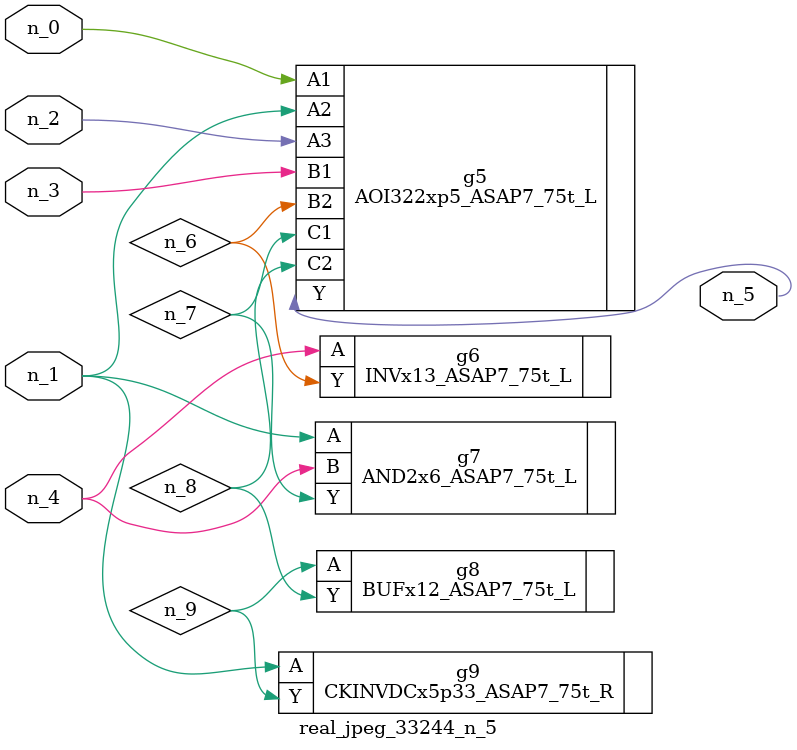
<source format=v>
module real_jpeg_33244_n_5 (n_4, n_0, n_1, n_2, n_3, n_5);

input n_4;
input n_0;
input n_1;
input n_2;
input n_3;

output n_5;

wire n_8;
wire n_6;
wire n_7;
wire n_9;

AOI322xp5_ASAP7_75t_L g5 ( 
.A1(n_0),
.A2(n_1),
.A3(n_2),
.B1(n_3),
.B2(n_6),
.C1(n_7),
.C2(n_8),
.Y(n_5)
);

AND2x6_ASAP7_75t_L g7 ( 
.A(n_1),
.B(n_4),
.Y(n_7)
);

CKINVDCx5p33_ASAP7_75t_R g9 ( 
.A(n_1),
.Y(n_9)
);

INVx13_ASAP7_75t_L g6 ( 
.A(n_4),
.Y(n_6)
);

BUFx12_ASAP7_75t_L g8 ( 
.A(n_9),
.Y(n_8)
);


endmodule
</source>
